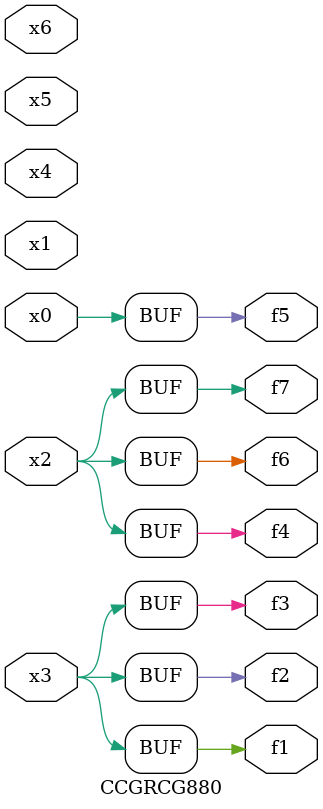
<source format=v>
module CCGRCG880(
	input x0, x1, x2, x3, x4, x5, x6,
	output f1, f2, f3, f4, f5, f6, f7
);
	assign f1 = x3;
	assign f2 = x3;
	assign f3 = x3;
	assign f4 = x2;
	assign f5 = x0;
	assign f6 = x2;
	assign f7 = x2;
endmodule

</source>
